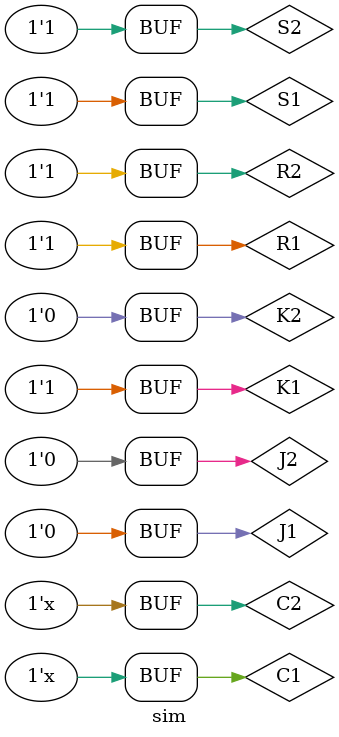
<source format=v>
`timescale 1ns / 1ps

module sim;
  reg C1, J1, K1, S1, R1, C2, J2, K2, S2, R2;
  wire Q1, Q1_, Q2, Q2_;
  JK2 uut (
      C1,
      J1,
      K1,
      S1,
      R1,
      Q1,
      Q1_,
      C2,
      J2,
      K2,
      S2,
      R2,
      Q2,
      Q2_
  );
  initial begin
    C1 <= 0;
    J1 <= 1;
    K1 <= 0;
    S1 <= 1;
    R1 <= 1;
    C2 <= 0;
    J2 <= 0;
    K2 <= 1;
    S2 <= 1;
    R2 <= 1;
    #10 R1 = 0;
    #10 R1 = 1;
  end
  always begin
    #100{J1, K1} <= 2'b11;
    {J2, K2} <= 2'b10;
    #100{J1, K1} <= 2'b00;
    {J2, K2} <= 2'b11;
    #100{J1, K1} <= 2'b01;
    {J2, K2} <= 2'b00;
  end
  always begin
    #17 C1 <= ~C1;
    C2 <= ~C2;

  end
endmodule

</source>
